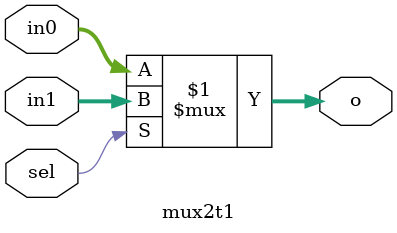
<source format=v>
module mux2t1(
	in0,
	in1,
	o,
	sel);
//-----------Input Ports---------------
	input sel;
	input [7:0] in0,in1;

//-----------Output Ports---------------
	output [7:0] o;

	assign o = sel ? in1 : in0;

endmodule

</source>
